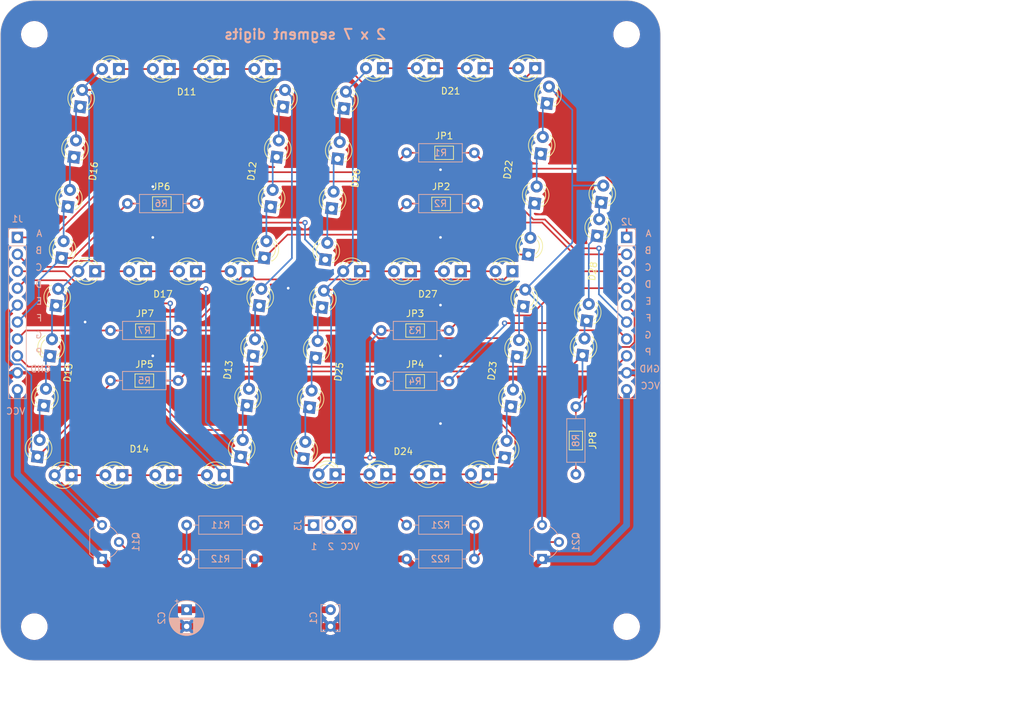
<source format=kicad_pcb>
(kicad_pcb (version 20240108) (generator "pcbnew") (generator_version "8.0")
  (layers (0 "F.Cu" signal) (31 "B.Cu" signal) (34 "B.Paste" user) (35 "F.Paste" user) (36 "B.SilkS" user "B.Silkscreen") (37 "F.SilkS" user "F.Silkscreen") (38 "B.Mask" user) (39 "F.Mask" user) (44 "Edge.Cuts" user))
  (net 0 "")
  (net 1 "unconnected-(D21-Pad4)")
  (net 2 "unconnected-(D21-Pad3)")
  (net 3 "unconnected-(D21-Pad5)")
  (net 4 "Net-(D21-A)")
  (net 5 "/A")
  (net 6 "/B")
  (net 7 "/C")
  (net 8 "/D")
  (net 9 "/E")
  (net 10 "/F")
  (net 11 "/G")
  (net 12 "/P")
  (net 13 "GND")
  (net 14 "unconnected-(D22-Pad5)")
  (net 15 "unconnected-(D22-Pad4)")
  (net 16 "unconnected-(D22-Pad3)")
  (net 17 "unconnected-(D23-Pad5)")
  (net 18 "unconnected-(D23-Pad4)")
  (net 19 "unconnected-(D23-Pad3)")
  (net 20 "unconnected-(D24-Pad3)")
  (net 21 "unconnected-(D24-Pad5)")
  (net 22 "unconnected-(D24-Pad4)")
  (net 23 "VCC")
  (net 24 "unconnected-(D25-Pad5)")
  (net 25 "unconnected-(D25-Pad4)")
  (net 26 "unconnected-(D25-Pad3)")
  (net 27 "unconnected-(D26-Pad5)")
  (net 28 "unconnected-(D26-Pad4)")
  (net 29 "unconnected-(D26-Pad3)")
  (net 30 "unconnected-(D27-Pad4)")
  (net 31 "unconnected-(D27-Pad3)")
  (net 32 "unconnected-(D27-Pad5)")
  (net 33 "unconnected-(D11-Pad3)")
  (net 34 "unconnected-(D11-Pad5)")
  (net 35 "unconnected-(D11-Pad4)")
  (net 36 "Net-(D11-A)")
  (net 37 "unconnected-(D12-Pad4)")
  (net 38 "unconnected-(D12-Pad5)")
  (net 39 "unconnected-(D12-Pad3)")
  (net 40 "unconnected-(D13-Pad4)")
  (net 41 "unconnected-(D13-Pad3)")
  (net 42 "unconnected-(D13-Pad5)")
  (net 43 "unconnected-(D14-Pad5)")
  (net 44 "unconnected-(D14-Pad4)")
  (net 45 "unconnected-(D14-Pad3)")
  (net 46 "unconnected-(D15-Pad3)")
  (net 47 "unconnected-(D15-Pad5)")
  (net 48 "unconnected-(D15-Pad4)")
  (net 49 "unconnected-(D16-Pad4)")
  (net 50 "unconnected-(D16-Pad5)")
  (net 51 "unconnected-(D16-Pad3)")
  (net 52 "unconnected-(D17-Pad5)")
  (net 53 "unconnected-(D17-Pad4)")
  (net 54 "unconnected-(D17-Pad3)")
  (net 55 "unconnected-(D28-Pad5)")
  (net 56 "unconnected-(D28-Pad4)")
  (net 57 "unconnected-(D28-Pad3)")
  (net 58 "Net-(J3-Pin_1)")
  (net 59 "Net-(J3-Pin_2)")
  (net 60 "Net-(Q11-B)")
  (net 61 "Net-(Q21-B)")
  (net 62 "/resistors-jumpers/I1")
  (net 63 "/resistors-jumpers/I7")
  (net 64 "/resistors-jumpers/I4")
  (net 65 "/resistors-jumpers/I3")
  (net 66 "/resistors-jumpers/i2")
  (net 67 "/resistors-jumpers/I5")
  (net 68 "/resistors-jumpers/I6")
  (net 69 "/resistors-jumpers/I8")
  (footprint "Ken:LED_D3.0mmx4" (layer "F.Cu") (at 88.392 51.689 83)
    (property "Reference" "D26")
    (property "Value" "F")
  )
  (footprint "Ken:LED_D3.0mmx4" (layer "F.Cu") (at 85.09 81.5525 83)
    (property "Reference" "D25")
    (property "Value" "E")
  )
  (footprint "Ken:LED_D3.0mmx4" (layer "F.Cu") (at 105.664 35.56 180)
    (property "Reference" "D21")
    (property "Value" "A")
  )
  (footprint "Ken:LED_D3.0mmx4" (layer "F.Cu") (at 102.236 66.04 180)
    (property "Reference" "D27")
    (property "Value" "G")
  )
  (footprint "Ken:LED_D3.0mmx4" (layer "F.Cu") (at 98.552 96.52 180)
    (property "Reference" "D24")
    (property "Value" "D")
  )
  (footprint "Ken:LED_D3.0mmx4" (layer "F.Cu") (at 118.872 50.927 83)
    (property "Reference" "D22")
    (property "Value" "B")
  )
  (footprint "Ken:LED_D3.0mmx4" (layer "F.Cu") (at 115.316 81.407 83)
    (property "Reference" "D23")
    (property "Value" "C")
  )
  (footprint "Ken:LED_D3.0mmx4" (layer "F.Cu") (at 66.04 35.687 180)
    (property "Reference" "D11")
    (property "Value" "A")
  )
  (footprint "Ken:LED_D3.0mmx4" (layer "F.Cu") (at 48.8137 51.435 83)
    (property "Reference" "D16")
    (property "Value" "F")
  )
  (footprint "Ken:LED_D3.0mmx4" (layer "F.Cu") (at 75.692 81.28 83)
    (property "Reference" "D13")
    (property "Value" "C")
  )
  (footprint "Ken:LED_D3.0mmx4" (layer "F.Cu") (at 58.928 96.647 180)
    (property "Reference" "D14")
    (property "Value" "D")
  )
  (footprint "Ken:LED_D3.0mmx4" (layer "F.Cu") (at 79.248 51.435 83)
    (property "Reference" "D12")
    (property "Value" "B")
  )
  (footprint "Ken:LED_D3.0mmx4" (layer "F.Cu") (at 45.212 81.28 83)
    (property "Reference" "D15")
    (property "Value" "E")
  )
  (footprint "Ken:LED_D3.0mmx4" (layer "F.Cu") (at 62.484 66.04 180)
    (property "Reference" "D17")
    (property "Value" "G")
  )
  (footprint "Ken:LED_D3.0mm-colon" (layer "F.Cu") (at 127 66.04 83)
    (property "Reference" "D28")
    (property "Value" "P")
  )
  (footprint "MountingHole:MountingHole_3.5mm" (layer "F.Cu") (at 43.18 30.48)
    (property "Reference" "H1" (hide yes))
    (property "Value" "MountingHole")
  )
  (footprint "MountingHole:MountingHole_3.5mm" (layer "F.Cu") (at 132.08 30.48)
    (property "Reference" "H2" (hide yes))
    (property "Value" "MountingHole")
  )
  (footprint "MountingHole:MountingHole_3.5mm" (layer "F.Cu") (at 43.18 119.38)
    (property "Reference" "H3" (hide yes))
    (property "Value" "MountingHole")
  )
  (footprint "MountingHole:MountingHole_3.5mm" (layer "F.Cu") (at 132.08 119.38)
    (property "Reference" "H4" (hide yes))
    (property "Value" "MountingHole")
  )
  (footprint "Jumper:SolderJumper-2_P1.3mm_Open_TrianglePad1.0x1.5mm" (layer "F.Cu") (at 104.685 48.26 180)
    (property "Reference" "JP1")
    (property "Value" "Bypass")
  )
  (footprint "Jumper:SolderJumper-2_P1.3mm_Open_TrianglePad1.0x1.5mm" (layer "F.Cu") (at 59.78 74.93 180)
    (property "Reference" "JP7")
    (property "Value" "Bypass")
  )
  (footprint "Jumper:SolderJumper-2_P1.3mm_Open_TrianglePad1.0x1.5mm" (layer "F.Cu") (at 59.69 82.4483 180)
    (property "Reference" "JP5")
    (property "Value" "Bypass")
  )
  (footprint "Jumper:SolderJumper-2_P1.3mm_Open_TrianglePad1.0x1.5mm" (layer "F.Cu") (at 100.33 82.55 180)
    (property "Reference" "JP4")
    (property "Value" "Bypass")
  )
  (footprint "Jumper:SolderJumper-2_P1.3mm_Open_TrianglePad1.0x1.5mm" (layer "F.Cu") (at 62.32 55.852 180)
    (property "Reference" "JP6")
    (property "Value" "Bypass")
  )
  (footprint "Jumper:SolderJumper-2_P1.3mm_Open_TrianglePad1.0x1.5mm" (layer "F.Cu") (at 104.23 55.923 180)
    (property "Reference" "JP2")
    (property "Value" "Bypass")
  )
  (footprint "Jumper:SolderJumper-2_P1.3mm_Open_TrianglePad1.0x1.5mm" (layer "F.Cu") (at 124.46 91.44 90)
    (property "Reference" "JP8")
    (property "Value" "Bypass")
  )
  (footprint "Jumper:SolderJumper-2_P1.3mm_Open_TrianglePad1.0x1.5mm" (layer "F.Cu") (at 100.33 74.93 180)
    (property "Reference" "JP3")
    (property "Value" "Bypass")
  )
  (footprint "Connector_PinHeader_2.54mm:PinHeader_1x10_P2.54mm_Vertical" (layer "B.Cu") (at 132.08 60.96 180)
    (property "Reference" "J2")
    (property "Value" "RK")
  )
  (footprint "Connector_PinSocket_2.54mm:PinSocket_1x10_P2.54mm_Vertical" (layer "B.Cu") (at 40.64 60.96 180)
    (property "Reference" "J1")
    (property "Value" "LK")
  )
  (footprint "Package_TO_SOT_THT:TO-92_Wide" (layer "B.Cu") (at 53.34 109.22 90)
    (property "Reference" "Q11")
    (property "Value" "D2")
  )
  (footprint "Package_TO_SOT_THT:TO-92_Wide" (layer "B.Cu") (at 119.38 109.22 90)
    (property "Reference" "Q21")
    (property "Value" "D2")
  )
  (footprint "Resistor_THT:R_Axial_DIN0207_L6.3mm_D2.5mm_P10.16mm_Horizontal" (layer "B.Cu") (at 66.04 104.14)
    (property "Reference" "R11")
    (property "Value" "2k2")
  )
  (footprint "Resistor_THT:R_Axial_DIN0207_L6.3mm_D2.5mm_P10.16mm_Horizontal" (layer "B.Cu") (at 109.22 104.14 180)
    (property "Reference" "R21")
    (property "Value" "2k2")
  )
  (footprint "Resistor_THT:R_Axial_DIN0207_L6.3mm_D2.5mm_P10.16mm_Horizontal" (layer "B.Cu") (at 76.2 109.22 180)
    (property "Reference" "R12")
    (property "Value" "10k")
  )
  (footprint "Resistor_THT:R_Axial_DIN0207_L6.3mm_D2.5mm_P10.16mm_Horizontal" (layer "B.Cu") (at 99.06 109.22)
    (property "Reference" "R22")
    (property "Value" "10k")
  )
  (footprint "Capacitor_THT:CP_Radial_D5.0mm_P2.50mm" (layer "B.Cu") (at 66.04 116.84 -90)
    (property "Reference" "C2")
    (property "Value" "47uF")
  )
  (footprint "Capacitor_THT:C_Disc_D3.8mm_W2.6mm_P2.50mm" (layer "B.Cu") (at 87.63 116.84 -90)
    (property "Reference" "C1")
    (property "Value" "100nF")
  )
  (footprint "Resistor_THT:R_Axial_DIN0207_L6.3mm_D2.5mm_P10.16mm_Horizontal" (layer "B.Cu") (at 105.41 82.55 180)
    (property "Reference" "R4")
    (property "Value" "220")
  )
  (footprint "Resistor_THT:R_Axial_DIN0207_L6.3mm_D2.5mm_P10.16mm_Horizontal" (layer "B.Cu") (at 64.77 74.93 180)
    (property "Reference" "R7")
    (property "Value" "220")
  )
  (footprint "Connector_PinHeader_2.54mm:PinHeader_1x03_P2.54mm_Vertical" (layer "B.Cu") (at 85.09 104.14 -90)
    (property "Reference" "J3")
    (property "Value" "Anodes")
  )
  (footprint "Resistor_THT:R_Axial_DIN0207_L6.3mm_D2.5mm_P10.16mm_Horizontal" (layer "B.Cu") (at 67.31 55.88 180)
    (property "Reference" "R6")
    (property "Value" "220")
  )
  (footprint "Resistor_THT:R_Axial_DIN0207_L6.3mm_D2.5mm_P10.16mm_Horizontal" (layer "B.Cu") (at 64.77 82.4483 180)
    (property "Reference" "R5")
    (property "Value" "220")
  )
  (footprint "Resistor_THT:R_Axial_DIN0207_L6.3mm_D2.5mm_P10.16mm_Horizontal" (layer "B.Cu") (at 109.22 48.26 180)
    (property "Reference" "R1")
    (property "Value" "220")
  )
  (footprint "Resistor_THT:R_Axial_DIN0207_L6.3mm_D2.5mm_P10.16mm_Horizontal" (layer "B.Cu") (at 124.46 96.52 90)
    (property "Reference" "R8")
    (property "Value" "220")
  )
  (footprint "Resistor_THT:R_Axial_DIN0207_L6.3mm_D2.5mm_P10.16mm_Horizontal" (layer "B.Cu") (at 109.22 55.88 180)
    (property "Reference" "R2")
    (property "Value" "220")
  )
  (footprint "Resistor_THT:R_Axial_DIN0207_L6.3mm_D2.5mm_P10.16mm_Horizontal" (layer "B.Cu") (at 105.41 74.93 180)
    (property "Reference" "R3")
    (property "Value" "220")
  )
  (gr_line (start 43.18 124.46) (end 132.08 124.46) (stroke (width 0.05)) (layer "Edge.Cuts"))
  (gr_line (start 137.16 119.38) (end 137.16 30.48) (stroke (width 0.05)) (layer "Edge.Cuts"))
  (gr_line (start 132.08 25.4) (end 43.18 25.4) (stroke (width 0.05)) (layer "Edge.Cuts"))
  (gr_line (start 38.1 30.48) (end 38.1 119.38) (stroke (width 0.05)) (layer "Edge.Cuts"))
  (gr_arc (start 38.1 30.48) (mid 39.587898 26.887898) (end 43.18 25.4) (stroke (width 0.05)) (layer "Edge.Cuts"))
  (gr_arc (start 132.08 25.4) (mid 135.672102 26.887898) (end 137.16 30.48) (stroke (width 0.05)) (layer "Edge.Cuts"))
  (gr_arc (start 43.18 124.46) (mid 39.587898 122.972102) (end 38.1 119.38) (stroke (width 0.05)) (layer "Edge.Cuts"))
  (gr_arc (start 137.16 119.38) (mid 135.672102 122.972102) (end 132.08 124.46) (stroke (width 0.05)) (layer "Edge.Cuts"))
  (gr_text "C" (at 135.89 66.04 0) (layer "B.SilkS") (effects (font (size 1 1)) (justify left bottom mirror)))
  (gr_text "B" (at 44.45 63.5 0) (layer "B.SilkS") (effects (font (size 1 1)) (justify left bottom mirror)))
  (gr_text "G" (at 44.45 76.2 0) (layer "B.SilkS") (effects (font (size 1 1)) (justify left bottom mirror)))
  (gr_text "D" (at 44.45 68.58 0) (layer "B.SilkS") (effects (font (size 1 1)) (justify left bottom mirror)))
  (gr_text "GND" (at 45.72 81.28 0) (layer "B.SilkS") (effects (font (size 1 1)) (justify left bottom mirror)))
  (gr_text "C" (at 44.45 66.04 0) (layer "B.SilkS") (effects (font (size 1 1)) (justify left bottom mirror)))
  (gr_text "2 x 7 segment digits" (at 83.82 30.48 0) (layer "B.SilkS") (effects (font (size 1.5 1.5) (thickness 0.3)) (justify mirror)))
  (gr_text "P" (at 135.89 78.74 0) (layer "B.SilkS") (effects (font (size 1 1)) (justify left bottom mirror)))
  (gr_text "B" (at 135.89 63.5 0) (layer "B.SilkS") (effects (font (size 1 1)) (justify left bottom mirror)))
  (gr_text "F" (at 135.89 73.66 0) (layer "B.SilkS") (effects (font (size 1 1)) (justify left bottom mirror)))
  (gr_text "1" (at 85.725 107.95 0) (layer "B.SilkS") (effects (font (size 1 1)) (justify left bottom mirror)))
  (gr_text "2" (at 88.265 107.95 0) (layer "B.SilkS") (effects (font (size 1 1)) (justify left bottom mirror)))
  (gr_text "A" (at 135.89 60.96 0) (layer "B.SilkS") (effects (font (size 1 1)) (justify left bottom mirror)))
  (gr_text "GND" (at 137.16 81.28 0) (layer "B.SilkS") (effects (font (size 1 1)) (justify left bottom mirror)))
  (gr_text "P" (at 44.45 78.74 0) (layer "B.SilkS") (effects (font (size 1 1)) (justify left bottom mirror)))
  (gr_text "D" (at 135.89 68.58 0) (layer "B.SilkS") (effects (font (size 1 1)) (justify left bottom mirror)))
  (gr_text "VCC" (at 92.075 107.95 0) (layer "B.SilkS") (effects (font (size 1 1)) (justify left bottom mirror)))
  (gr_text "A" (at 44.45 60.96 0) (layer "B.SilkS") (effects (font (size 1 1)) (justify left bottom mirror)))
  (gr_text "VCC" (at 137.16 83.82 0) (layer "B.SilkS") (effects (font (size 1 1)) (justify left bottom mirror)))
  (gr_text "E" (at 135.89 71.12 0) (layer "B.SilkS") (effects (font (size 1 1)) (justify left bottom mirror)))
  (gr_text "E" (at 44.45 71.12 0) (layer "B.SilkS") (effects (font (size 1 1)) (justify left bottom mirror)))
  (gr_text "G" (at 135.89 76.2 0) (layer "B.SilkS") (effects (font (size 1 1)) (justify left bottom mirror)))
  (gr_text "VCC" (at 41.91 87.63 0) (layer "B.SilkS") (effects (font (size 1 1)) (justify left bottom mirror)))
  (gr_text "F" (at 44.45 73.66 0) (layer "B.SilkS") (effects (font (size 1 1)) (justify left bottom mirror)))
  (segment (start 103.124 35.56) (end 108.077 35.56) (width 0.25) (layer "F.Cu") (net 1))
  (segment (start 110.617 35.56) (end 115.824 35.56) (width 0.25) (layer "F.Cu") (net 2))
  (segment (start 95.504 35.56) (end 100.584 35.56) (width 0.25) (layer "F.Cu") (net 3))
  (segment (start 86.7832 68.8017) (end 86.6377 68.9472) (width 0.25) (layer "F.Cu") (net 4))
  (segment (start 116.8637 68.8017) (end 86.7832 68.8017) (width 0.25) (layer "F.Cu") (net 4))
  (segment (start 90.9835 40.1275) (end 89.9397 39.0837) (width 0.25) (layer "B.Cu") (net 4))
  (segment (start 87.722 70.0315) (end 86.6377 68.9472) (width 0.25) (layer "B.Cu") (net 4))
  (segment (start 119.38 104.14) (end 119.38 71.318) (width 0.25) (layer "B.Cu") (net 4))
  (segment (start 87.722 94.65) (end 87.722 70.0315) (width 0.25) (layer "B.Cu") (net 4))
  (segment (start 123.921 41.823) (end 120.4197 38.3217) (width 0.25) (layer "B.Cu") (net 4))
  (segment (start 85.852 96.52) (end 87.722 94.65) (width 0.25) (layer "B.Cu") (net 4))
  (segment (start 89.536 66.04) (end 90.9835 64.5925) (width 0.25) (layer "B.Cu") (net 4))
  (segment (start 116.8637 68.8017) (end 123.921 61.7444) (width 0.25) (layer "B.Cu") (net 4))
  (segment (start 123.921 53.1826) (end 128.5787 53.1826) (width 0.25) (layer "B.Cu") (net 4))
  (segment (start 92.964 35.56) (end 92.964 36.0594) (width 0.25) (layer "B.Cu") (net 4))
  (segment (start 86.6377 68.9472) (end 89.536 66.0489) (width 0.25) (layer "B.Cu") (net 4))
  (segment (start 92.964 36.0594) (end 89.9397 39.0837) (width 0.25) (layer "B.Cu") (net 4))
  (segment (start 123.921 61.7444) (end 123.921 53.1826) (width 0.25) (layer "B.Cu") (net 4))
  (segment (start 89.536 66.0489) (end 89.536 66.04) (width 0.25) (layer "B.Cu") (net 4))
  (segment (start 119.38 71.318) (end 116.8637 68.8017) (width 0.25) (layer "B.Cu") (net 4))
  (segment (start 123.921 53.1826) (end 123.921 41.823) (width 0.25) (layer "B.Cu") (net 4))
  (segment (start 90.9835 64.5925) (end 90.9835 40.1275) (width 0.25) (layer "B.Cu") (net 4))
  (segment (start 99.06 48.26) (end 103.96 48.26) (width 0.25) (layer "F.Cu") (net 5))
  (segment (start 55.7195 51.1705) (end 96.1495 51.1705) (width 0.25) (layer "F.Cu") (net 5))
  (segment (start 40.64 60.96) (end 45.93 60.96) (width 0.25) (layer "F.Cu") (net 5))
  (segment (start 103.96 42.0553) (end 111.8687 42.0553) (width 0.25) (layer "F.Cu") (net 5))
  (segment (start 96.1495 51.1705) (end 99.06 48.26) (width 0.25) (layer "F.Cu") (net 5))
  (segment (start 111.8687 42.0553) (end 118.364 35.56) (width 0.25) (layer "F.Cu") (net 5))
  (segment (start 90.3799 35.687) (end 96.7482 42.0553) (width 0.25) (layer "F.Cu") (net 5))
  (segment (start 78.74 35.687) (end 90.3799 35.687) (width 0.25) (layer "F.Cu") (net 5))
  (segment (start 103.96 48.26) (end 103.96 42.0553) (width 0.25) (layer "F.Cu") (net 5))
  (segment (start 45.93 60.96) (end 55.7195 51.1705) (width 0.25) (layer "F.Cu") (net 5))
  (segment (start 96.7482 42.0553) (end 103.96 42.0553) (width 0.25) (layer "F.Cu") (net 5))
  (segment (start 94.3945 60.5455) (end 81.1951 60.5455) (width 0.25) (layer "F.Cu") (net 6))
  (segment (start 77.2443 64.4963) (end 77.7003 64.0403) (width 0.25) (layer "F.Cu") (net 6))
  (segment (start 40.64 63.5) (end 42.5238 65.3838) (width 0.25) (layer "F.Cu") (net 6))
  (segment (start 110.8312 63.5323) (end 117.3243 63.5323) (width 0.25) (layer "F.Cu") (net 6))
  (segment (start 81.1951 60.5455) (end 77.7003 64.0403) (width 0.25) (layer "F.Cu") (net 6))
  (segment (start 99.06 55.88) (end 94.3945 60.5455) (width 0.25) (layer "F.Cu") (net 6))
  (segment (start 49.1704 64.4963) (end 77.2443 64.4963) (width 0.25) (layer "F.Cu") (net 6))
  (segment (start 42.5238 65.3838) (end 48.2829 65.3838) (width 0.25) (layer "F.Cu") (net 6))
  (segment (start 99.06 55.88) (end 103.462 55.88) (width 0.25) (layer "F.Cu") (net 6))
  (segment (start 103.505 55.923) (end 103.505 56.2061) (width 0.25) (layer "F.Cu") (net 6))
  (segment (start 103.462 55.88) (end 103.505 55.923) (width 0.25) (layer "F.Cu") (net 6))
  (segment (start 48.2829 65.3838) (end 49.1704 64.4963) (width 0.25) (layer "F.Cu") (net 6))
  (segment (start 103.505 56.2061) (end 110.8312 63.5323) (width 0.25) (layer "F.Cu") (net 6))
  (segment (start 47.6959 66.04) (end 40.64 66.04) (width 0.25) (layer "F.Cu") (net 7))
  (segment (start 93.5547 94.0123) (end 113.7683 94.0123) (width 0.25) (layer "F.Cu") (net 7))
  (segment (start 93.5547 94.0123) (end 93.5547 94.0124) (width 0.25) (layer "F.Cu") (net 7))
  (segment (start 86.6248 94.0124) (end 85.1045 95.5327) (width 0.25) (layer "F.Cu") (net 7))
  (segment (start 99.605 74.93) (end 95.25 74.93) (width 0.25) (layer "F.Cu") (net 7))
  (segment (start 93.5547 94.0124) (end 86.6248 94.0124) (width 0.25) (layer "F.Cu") (net 7))
  (segment (start 85.1045 95.5327) (end 75.7917 95.5327) (width 0.25) (layer "F.Cu") (net 7))
  (segment (start 50.3463 68.6904) (end 47.6959 66.04) (width 0.25) (layer "F.Cu") (net 7))
  (segment (start 75.7917 95.5327) (end 74.1443 93.8853) (width 0.25) (layer "F.Cu") (net 7))
  (segment (start 68.9279 68.6904) (end 50.3463 68.6904) (width 0.25) (layer "F.Cu") (net 7))
  (via (at 93.5547 94.0123) (size 0.8) (drill 0.4) (layers "F.Cu" "B.Cu") (net 7))
  (via (at 68.9279 68.6904) (size 0.8) (drill 0.4) (layers "F.Cu" "B.Cu") (net 7))
  (segment (start 93.5547 76.6253) (end 93.5547 94.0123) (width 0.25) (layer "B.Cu") (net 7))
  (segment (start 74.1443 93.8853) (end 68.9279 88.6689) (width 0.25) (layer "B.Cu") (net 7))
  (segment (start 95.25 74.93) (end 93.5547 76.6253) (width 0.25) (layer "B.Cu") (net 7))
  (segment (start 68.9279 88.6689) (end 68.9279 68.6904) (width 0.25) (layer "B.Cu") (net 7))
  (segment (start 108.2097 83.8639) (end 115.3593 91.0135) (width 0.25) (layer "F.Cu") (net 8))
  (segment (start 41.8342 67.3858) (end 47.9906 67.3858) (width 0.25) (layer "F.Cu") (net 8))
  (segment (start 100.5791 83.8639) (end 108.2097 83.8639) (width 0.25) (layer "F.Cu") (net 8))
  (segment (start 72.7529 97.7719) (end 71.628 96.647) (width 0.25) (layer "F.Cu") (net 8))
  (segment (start 99.605 82.55) (end 99.605 82.8898) (width 0.25) (layer "F.Cu") (net 8))
  (segment (start 113.5098 96.52) (end 111.252 96.52) (width 0.25) (layer "F.Cu") (net 8))
  (segment (start 47.9906 67.3858) (end 51.4615 70.8567) (width 0.25) (layer "F.Cu") (net 8))
  (segment (start 99.605 82.55) (end 95.25 82.55) (width 0.25) (layer "F.Cu") (net 8))
  (segment (start 60.96 70.8567) (end 63.5753 70.8567) (width 0.25) (layer "F.Cu") (net 8))
  (segment (start 40.64 68.58) (end 41.8342 67.3858) (width 0.25) (layer "F.Cu") (net 8))
  (segment (start 111.252 96.52) (end 110.0001 97.7719) (width 0.25) (layer "F.Cu") (net 8))
  (segment (start 99.605 82.8898) (end 100.5791 83.8639) (width 0.25) (layer "F.Cu") (net 8))
  (segment (start 110.0001 97.7719) (end 72.7529 97.7719) (width 0.25) (layer "F.Cu") (net 8))
  (segment (start 51.4615 70.8567) (end 60.96 70.8567) (width 0.25) (layer "F.Cu") (net 8))
  (segment (start 115.3593 94.6705) (end 113.5098 96.52) (width 0.25) (layer "F.Cu") (net 8))
  (segment (start 115.3593 91.0135) (end 115.3593 94.6705) (width 0.25) (layer "F.Cu") (net 8))
  (via (at 63.5753 70.8567) (size 0.8) (drill 0.4) (layers "F.Cu" "B.Cu") (net 8))
  (segment (start 63.5753 88.5943) (end 63.5753 70.8567) (width 0.25) (layer "B.Cu") (net 8))
  (segment (start 71.628 96.647) (end 63.5753 88.5943) (width 0.25) (layer "B.Cu") (net 8))
  (segment (start 58.965 82.7296) (end 66.0973 89.8619) (width 0.25) (layer "F.Cu") (net 9))
  (segment (start 54.61 82.9396) (end 43.6643 93.8853) (width 0.25) (layer "F.Cu") (net 9))
  (segment (start 54.61 82.4483) (end 54.61 82.9396) (width 0.25) (layer "F.Cu") (net 9))
  (segment (start 58.965 82.4483) (end 58.965 82.7296) (width 0.25) (layer "F.Cu") (net 9))
  (segment (start 66.0973 89.8619) (end 79.2464 89.8619) (width 0.25) (layer "F.Cu") (net 9))
  (segment (start 79.2464 89.8619) (end 83.5423 94.1578) (width 0.25) (layer "F.Cu") (net 9))
  (segment (start 54.61 82.4483) (end 58.965 82.4483) (width 0.25) (layer "F.Cu") (net 9))
  (segment (start 42.7259 81.6595) (end 41.0764 80.01) (width 0.25) (layer "B.Cu") (net 9))
  (segment (start 41.0764 80.01) (end 40.1699 80.01) (width 0.25) (layer "B.Cu") (net 9))
  (segment (start 39.443 72.317) (end 40.64 71.12) (width 0.25) (layer "B.Cu") (net 9))
  (segment (start 42.7259 92.9469) (end 42.7259 81.6595) (width 0.25) (layer "B.Cu") (net 9))
  (segment (start 39.443 79.2831) (end 39.443 72.317) (width 0.25) (layer "B.Cu") (net 9))
  (segment (start 43.6643 93.8853) (end 42.7259 92.9469) (width 0.25) (layer "B.Cu") (net 9))
  (segment (start 40.1699 80.01) (end 39.443 79.2831) (width 0.25) (layer "B.Cu") (net 9))
  (segment (start 57.15 55.88) (end 48.9897 64.0403) (width 0.25) (layer "F.Cu") (net 10))
  (segment (start 61.567 55.88) (end 61.595 55.852) (width 0.25) (layer "F.Cu") (net 10))
  (segment (start 64.178 58.7418) (end 83.8047 58.7418) (width 0.25) (layer "F.Cu") (net 10))
  (segment (start 57.15 55.88) (end 61.567 55.88) (width 0.25) (layer "F.Cu") (net 10))
  (segment (start 61.567 56.1308) (end 64.178 58.7418) (width 0.25) (layer "F.Cu") (net 10))
  (segment (start 48.9897 64.0403) (end 47.266 64.0403) (width 0.25) (layer "F.Cu") (net 10))
  (segment (start 61.567 55.88) (end 61.567 56.1308) (width 0.25) (layer "F.Cu") (net 10))
  (via (at 83.8047 58.7418) (size 0.8) (drill 0.4) (layers "F.Cu" "B.Cu") (net 10))
  (segment (start 43.8568 70.4432) (end 43.8568 67.4495) (width 0.25) (layer "B.Cu") (net 10))
  (segment (start 43.8568 67.4495) (end 47.266 64.0403) (width 0.25) (layer "B.Cu") (net 10))
  (segment (start 83.8047 58.7418) (end 83.8047 61.2547) (width 0.25) (layer "B.Cu") (net 10))
  (segment (start 40.64 73.66) (end 43.8568 70.4432) (width 0.25) (layer "B.Cu") (net 10))
  (segment (start 83.8047 61.2547) (end 86.8443 64.2943) (width 0.25) (layer "B.Cu") (net 10))
  (segment (start 41.91 74.93) (end 40.64 76.2) (width 0.25) (layer "F.Cu") (net 11))
  (segment (start 113.7093 67.2667) (end 114.936 66.04) (width 0.25) (layer "F.Cu") (net 11))
  (segment (start 60.8303 72.8641) (end 59.055 74.6394) (width 0.25) (layer "F.Cu") (net 11))
  (segment (start 75.184 66.04) (end 68.3599 72.8641) (width 0.25) (layer "F.Cu") (net 11))
  (segment (start 76.4107 67.2667) (end 113.7093 67.2667) (width 0.25) (layer "F.Cu") (net 11))
  (segment (start 75.184 66.04) (end 76.4107 67.2667) (width 0.25) (layer "F.Cu") (net 11))
  (segment (start 54.61 74.93) (end 59.055 74.93) (width 0.25) (layer "F.Cu") (net 11))
  (segment (start 68.3599 72.8641) (end 60.8303 72.8641) (width 0.25) (layer "F.Cu") (net 11))
  (segment (start 59.055 74.6394) (end 59.055 74.93) (width 0.25) (layer "F.Cu") (net 11))
  (segment (start 54.61 74.93) (end 41.91 74.93) (width 0.25) (layer "F.Cu") (net 11))
  (segment (start 124.46 86.36) (end 124.46 90.715) (width 0.25) (layer "F.Cu") (net 12))
  (segment (start 125.4523 78.6453) (end 123.7365 80.3611) (width 0.25) (layer "F.Cu") (net 12))
  (segment (start 42.2611 80.3611) (end 40.64 78.74) (width 0.25) (layer "F.Cu") (net 12))
  (segment (start 123.7365 80.3611) (end 42.2611 80.3611) (width 0.25) (layer "F.Cu") (net 12))
  (segment (start 125.4523 85.3677) (end 125.4523 78.6453) (width 0.25) (layer "B.Cu") (net 12))
  (segment (start 124.46 86.36) (end 125.4523 85.3677) (width 0.25) (layer "B.Cu") (net 12))
  (segment (start 58.38 119.34) (end 66.04 119.34) (width 1) (layer "F.Cu") (net 13))
  (segment (start 116.88 119.34) (end 134.62 101.6) (width 1) (layer "F.Cu") (net 13))
  (segment (start 40.64 81.28) (end 40.005 81.28) (width 1) (layer "F.Cu") (net 13))
  (segment (start 87.63 119.34) (end 116.88 119.34) (width 1) (layer "F.Cu") (net 13))
  (segment (start 133.35 81.28) (end 132.08 81.28) (width 1) (layer "F.Cu") (net 13))
  (segment (start 134.62 82.55) (end 133.35 81.28) (width 1) (layer "F.Cu") (net 13))
  (segment (start 38.735 99.695) (end 58.38 119.34) (width 1) (layer "F.Cu") (net 13))
  (segment (start 38.735 82.55) (end 38.735 99.695) (width 1) (layer "F.Cu") (net 13))
  (segment (start 87.63 119.34) (end 66.04 119.34) (width 1) (layer "F.Cu") (net 13))
  (segment (start 40.005 81.28) (end 38.735 82.55) (width 1) (layer "F.Cu") (net 13))
  (segment (start 134.62 101.6) (end 134.62 82.55) (width 1) (layer "F.Cu") (net 13))
  (via (at 104.14 71.12) (size 0.8) (drill 0.4) (layers "F.Cu" "B.Cu") (net 13))
  (via (at 104.14 78.74) (size 0.8) (drill 0.4) (layers "F.Cu" "B.Cu") (net 13))
  (via (at 104.14 50.8) (size 0.8) (drill 0.4) (layers "F.Cu" "B.Cu") (net 13))
  (via (at 60.96 53.34) (size 0.8) (drill 0.4) (layers "F.Cu" "B.Cu") (net 13))
  (via (at 60.96 60.96) (size 0.8) (drill 0.4) (layers "F.Cu" "B.Cu") (net 13))
  (via (at 104.14 88.9) (size 0.8) (drill 0.4) (layers "F.Cu" "B.Cu") (net 13))
  (via (at 81.28 68.58) (size 0.8) (drill 0.4) (layers "F.Cu" "B.Cu") (net 13))
  (via (at 104.14 60.96) (size 0.8) (drill 0.4) (layers "F.Cu" "B.Cu") (net 13))
  (via (at 50.8 73.66) (size 0.8) (drill 0.4) (layers "F.Cu" "B.Cu") (net 13))
  (via (at 60.96 78.74) (size 0.8) (drill 0.4) (layers "F.Cu" "B.Cu") (net 13))
  (segment (start 119.4911 41.4618) (end 119.4911 45.8849) (width 0.25) (layer "B.Cu") (net 14))
  (segment (start 120.1102 40.8427) (end 119.4911 41.4618) (width 0.25) (layer "B.Cu") (net 14))
  (segment (start 119.1815 48.4059) (end 118.5779 49.0095) (width 0.25) (layer "B.Cu") (net 15))
  (segment (start 118.5779 49.0095) (end 118.5779 53.322) (width 0.25) (layer "B.Cu") (net 15))
  (segment (start 117.6338 56.4777) (end 117.6338 61.0113) (width 0.25) (layer "B.Cu") (net 16))
  (segment (start 118.2684 55.8431) (end 117.6338 56.4777) (width 0.25) (layer "B.Cu") (net 16))
  (segment (start 115.9351 71.9418) (end 115.9351 76.3649) (width 0.25) (layer "B.Cu") (net 17))
  (segment (start 116.5542 71.3227) (end 115.9351 71.9418) (width 0.25) (layer "B.Cu") (net 17))
  (segment (start 115.6255 78.8859) (end 115.0219 79.4895) (width 0.25) (layer "B.Cu") (net 18))
  (segment (start 115.0219 79.4895) (end 115.0219 83.802) (width 0.25) (layer "B.Cu") (net 18))
  (segment (start 114.7124 86.3231) (end 114.0778 86.9577) (width 0.25) (layer "B.Cu") (net 19))
  (segment (start 114.0778 86.9577) (end 114.0778 91.4913) (width 0.25) (layer "B.Cu") (net 19))
  (segment (start 103.505 96.52) (end 108.712 96.52) (width 0.25) (layer "F.Cu") (net 20))
  (segment (start 88.392 96.52) (end 93.472 96.52) (width 0.25) (layer "F.Cu") (net 21))
  (segment (start 96.012 96.52) (end 100.965 96.52) (width 0.25) (layer "F.Cu") (net 22))
  (segment (start 87.63 116.84) (end 76.2 116.84) (width 1) (layer "F.Cu") (net 23))
  (segment (start 117.475 111.125) (end 100.965 111.125) (width 1) (layer "F.Cu") (net 23))
  (segment (start 90.17 104.14) (end 90.17 109.22) (width 1) (layer "F.Cu") (net 23))
  (segment (start 76.2 116.84) (end 76.2 109.22) (width 1) (layer "F.Cu") (net 23))
  (segment (start 119.38 109.22) (end 117.475 111.125) (width 1) (layer "F.Cu") (net 23))
  (segment (start 76.2 116.84) (end 66.04 116.84) (width 1) (layer "F.Cu") (net 23))
  (segment (start 90.17 109.22) (end 99.06 109.22) (width 1) (layer "F.Cu") (net 23))
  (segment (start 53.34 109.22) (end 60.96 116.84) (width 1) (layer "F.Cu") (net 23))
  (segment (start 60.96 116.84) (end 66.04 116.84) (width 1) (layer "F.Cu") (net 23))
  (segment (start 88.9 109.22) (end 90.17 109.22) (width 1) (layer "F.Cu") (net 23))
  (segment (start 76.2 109.22) (end 88.9 109.22) (width 1) (layer "F.Cu") (net 23))
  (segment (start 100.965 111.125) (end 99.06 109.22) (width 1) (layer "F.Cu") (net 23))
  (segment (start 53.34 109.22) (end 40.64 96.52) (width 1) (layer "B.Cu") (net 23))
  (segment (start 127 109.22) (end 132.08 104.14) (width 1) (layer "B.Cu") (net 23))
  (segment (start 132.08 104.14) (end 132.08 83.82) (width 1) (layer "B.Cu") (net 23))
  (segment (start 119.38 109.22) (end 127 109.22) (width 1) (layer "B.Cu") (net 23))
  (segment (start 40.64 96.52) (end 40.64 83.82) (width 1) (layer "B.Cu") (net 23))
  (segment (start 86.3282 71.4682) (end 85.7091 72.0873) (width 0.25) (layer "B.Cu") (net 24))
  (segment (start 85.7091 72.0873) (end 85.7091 76.5104) (width 0.25) (layer "B.Cu") (net 24))
  (segment (start 85.3995 79.0314) (end 84.7959 79.635) (width 0.25) (layer "B.Cu") (net 25))
  (segment (start 84.7959 79.635) (end 84.7959 83.9475) (width 0.25) (layer "B.Cu") (net 25))
  (segment (start 84.4864 86.4686) (end 83.8518 87.1032) (width 0.25) (layer "B.Cu") (net 26))
  (segment (start 83.8518 87.1032) (end 83.8518 91.6368) (width 0.25) (layer "B.Cu") (net 26))
  (segment (start 89.6302 41.6047) (end 89.0111 42.2238) (width 0.25) (layer "B.Cu") (net 27))
  (segment (start 89.0111 42.2238) (end 89.0111 46.6469) (width 0.25) (layer "B.Cu") (net 27))
  (segment (start 88.0979 49.7715) (end 88.0979 54.084) (width 0.25) (layer "B.Cu") (net 28))
  (segment (start 88.7015 49.1679) (end 88.0979 49.7715) (width 0.25) (layer "B.Cu") (net 28))
  (segment (start 87.7884 56.6051) (end 87.1538 57.2397) (width 0.25) (layer "B.Cu") (net 29))
  (segment (start 87.1538 57.2397) (end 87.1538 61.7733) (width 0.25) (layer "B.Cu") (net 29))
  (segment (start 99.696 66.04) (end 104.649 66.04) (width 0.25) (layer "F.Cu") (net 30))
  (segment (start 107.189 66.04) (end 112.396 66.04) (width 0.25) (layer "F.Cu") (net 31))
  (segment (start 92.076 66.04) (end 97.156 66.04) (width 0.25) (layer "F.Cu") (net 32))
  (segment (start 70.993 35.687) (end 76.2 35.687) (width 0.25) (layer "F.Cu") (net 33))
  (segment (start 55.88 35.687) (end 60.96 35.687) (width 0.25) (layer "F.Cu") (net 34))
  (segment (start 63.5 35.687) (end 68.453 35.687) (width 0.25) (layer "F.Cu") (net 35))
  (segment (start 80.7957 38.8297) (end 50.3614 38.8297) (width 0.25) (layer "F.Cu") (net 36))
  (segment (start 81.8395 64.0749) (end 81.8395 39.8735) (width 0.25) (layer "B.Cu") (net 36))
  (segment (start 46.228 96.647) (end 47.8035 95.0715) (width 0.25) (layer "B.Cu") (net 36))
  (segment (start 81.8395 39.8735) (end 80.7957 38.8297) (width 0.25) (layer "B.Cu") (net 36))
  (segment (start 49.784 66.04) (end 46.9545 68.8695) (width 0.25) (layer "B.Cu") (net 36))
  (segment (start 46.9545 68.8695) (end 46.7597 68.6747) (width 0.25) (layer "B.Cu") (net 36))
  (segment (start 77.2397 68.6747) (end 81.8395 64.0749) (width 0.25) (layer "B.Cu") (net 36))
  (segment (start 47.8035 69.7185) (end 46.9545 68.8695) (width 0.25) (layer "B.Cu") (net 36))
  (segment (start 46.228 97.028) (end 46.228 96.647) (width 0.25) (layer "B.Cu") (net 36))
  (segment (start 50.3614 38.6656) (end 50.3614 38.8297) (width 0.25) (layer "B.Cu") (net 36))
  (segment (start 51.4052 64.4188) (end 51.4052 39.8735) (width 0.25) (layer "B.Cu") (net 36))
  (segment (start 47.8035 95.0715) (end 47.8035 69.7185) (width 0.25) (layer "B.Cu") (net 36))
  (segment (start 51.4052 39.8735) (end 50.3614 38.8297) (width 0.25) (layer "B.Cu") (net 36))
  (segment (start 49.784 66.04) (end 51.4052 64.4188) (width 0.25) (layer "B.Cu") (net 36))
  (segment (start 53.34 104.14) (end 46.228 97.028) (width 0.25) (layer "B.Cu") (net 36))
  (segment (start 53.34 35.687) (end 50.3614 38.6656) (width 0.25) (layer "B.Cu") (net 36))
  (segment (start 78.9539 49.5175) (end 78.9539 53.83) (width 0.25) (layer "B.Cu") (net 37))
  (segment (start 79.5575 48.9139) (end 78.9539 49.5175) (width 0.25) (layer "B.Cu") (net 37))
  (segment (start 80.4862 41.3507) (end 79.8671 41.9698) (width 0.25) (layer "B.Cu") (net 38))
  (segment (start 79.8671 41.9698) (end 79.8671 46.3929) (width 0.25) (layer "B.Cu") (net 38))
  (segment (start 78.6444 56.3511) (end 78.0098 56.9857) (width 0.25) (layer "B.Cu") (net 39))
  (segment (start 78.0098 56.9857) (end 78.0098 61.5193) (width 0.25) (layer "B.Cu") (net 39))
  (segment (start 76.0015 78.7589) (end 75.3979 79.3625) (width 0.25) (layer "B.Cu") (net 40))
  (segment (start 75.3979 79.3625) (end 75.3979 83.675) (width 0.25) (layer "B.Cu") (net 40))
  (segment (start 75.0884 86.1961) (end 74.4538 86.8307) (width 0.25) (layer "B.Cu") (net 41))
  (segment (start 74.4538 86.8307) (end 74.4538 91.3643) (width 0.25) (layer "B.Cu") (net 41))
  (segment (start 76.9302 71.1957) (end 76.3111 71.8148) (width 0.25) (layer "B.Cu") (net 42))
  (segment (start 76.3111 71.8148) (end 76.3111 76.2379) (width 0.25) (layer "B.Cu") (net 42))
  (segment (start 48.768 96.647) (end 53.848 96.647) (width 0.25) (layer "F.Cu") (net 43))
  (segment (start 56.388 96.647) (end 61.341 96.647) (width 0.25) (layer "F.Cu") (net 44))
  (segment (start 63.881 96.647) (end 69.088 96.647) (width 0.25) (layer "F.Cu") (net 45))
  (segment (start 43.9738 86.8307) (end 43.9738 91.3643) (width 0.25) (layer "B.Cu") (net 46))
  (segment (start 44.6084 86.1961) (end 43.9738 86.8307) (width 0.25) (layer "B.Cu") (net 46))
  (segment (start 46.4502 71.1957) (end 45.8311 71.8148) (width 0.25) (layer "B.Cu") (net 47))
  (segment (start 45.8311 71.8148) (end 45.8311 76.2379) (width 0.25) (layer "B.Cu") (net 47))
  (segment (start 45.5215 78.7589) (end 44.9179 79.3625) (width 0.25) (layer "B.Cu") (net 48))
  (segment (start 44.9179 79.3625) (end 44.9179 83.675) (width 0.25) (layer "B.Cu") (net 48))
  (segment (start 49.1232 48.9139) (end 48.5196 49.5175) (width 0.25) (layer "B.Cu") (net 49))
  (segment (start 48.5196 49.5175) (end 48.5196 53.83) (width 0.25) (layer "B.Cu") (net 49))
  (segment (start 50.0519 41.3507) (end 49.4328 41.9698) (width 0.25) (layer "B.Cu") (net 50))
  (segment (start 49.4328 41.9698) (end 49.4328 46.3929) (width 0.25) (layer "B.Cu") (net 50))
  (segment (start 47.5755 56.9857) (end 47.5755 61.5193) (width 0.25) (layer "B.Cu") (net 51))
  (segment (start 48.2101 56.3511) (end 47.5755 56.9857) (width 0.25) (layer "B.Cu") (net 51))
  (segment (start 52.324 66.04) (end 57.404 66.04) (width 0.25) (layer "F.Cu") (net 52))
  (segment (start 59.944 66.04) (end 64.897 66.04) (width 0.25) (layer "F.Cu") (net 53))
  (segment (start 67.437 66.04) (end 72.644 66.04) (width 0.25) (layer "F.Cu") (net 54))
  (segment (start 127.9596 56.0131) (end 127.9596 58.2247) (width 0.25) (layer "B.Cu") (net 55))
  (segment (start 128.2691 55.7036) (end 127.9596 56.0131) (width 0.25) (layer "B.Cu") (net 55))
  (segment (start 126.3964 61.9995) (end 126.3964 70.9561) (width 0.25) (layer "B.Cu") (net 56))
  (segment (start 127.6501 60.7458) (end 126.3964 61.9995) (width 0.25) (layer "B.Cu") (net 56))
  (segment (start 126.0868 73.4771) (end 125.7618 73.8021) (width 0.25) (layer "B.Cu") (net 57))
  (segment (start 125.7618 73.8021) (end 125.7618 76.1243) (width 0.25) (layer "B.Cu") (net 57))
  (segment (start 85.09 104.14) (end 76.2 104.14) (width 0.25) (layer "F.Cu") (net 58))
  (segment (start 88.9 101.6) (end 87.63 102.87) (width 0.25) (layer "F.Cu") (net 59))
  (segment (start 96.52 101.6) (end 88.9 101.6) (width 0.25) (layer "F.Cu") (net 59))
  (segment (start 87.63 102.87) (end 87.63 104.14) (width 0.25) (layer "F.Cu") (net 59))
  (segment (start 99.06 104.14) (end 96.52 101.6) (width 0.25) (layer "F.Cu") (net 59))
  (segment (start 58.42 109.22) (end 55.88 106.68) (width 0.25) (layer "F.Cu") (net 60))
  (segment (start 66.04 109.22) (end 58.42 109.22) (width 0.25) (layer "F.Cu") (net 60))
  (segment (start 66.04 109.22) (end 66.04 104.14) (width 0.25) (layer "B.Cu") (net 60))
  (segment (start 109.22 109.22) (end 111.76 106.68) (width 0.25) (layer "F.Cu") (net 61))
  (segment (start 111.76 106.68) (end 121.92 106.68) (width 0.25) (layer "F.Cu") (net 61))
  (segment (start 109.22 109.22) (end 109.22 104.14) (width 0.25) (layer "B.Cu") (net 61))
  (segment (start 132.08 54.9214) (end 132.08 60.96) (width 0.25) (layer "F.Cu") (net 62))
  (segment (start 127.8009 50.6423) (end 132.08 54.9214) (width 0.25) (layer "F.Cu") (net 62))
  (segment (start 111.6023 50.6423) (end 127.8009 50.6423) (width 0.25) (layer "F.Cu") (net 62))
  (segment (start 105.41 48.26) (end 109.22 48.26) (width 0.25) (layer "F.Cu") (net 62))
  (segment (start 109.22 48.26) (end 111.6023 50.6423) (width 0.25) (layer "F.Cu") (net 62))
  (segment (start 114.8002 74.8951) (end 113.6194 76.0759) (width 0.25) (layer "F.Cu") (net 63))
  (segment (start 130.7751 74.8951) (end 114.8002 74.8951) (width 0.25) (layer "F.Cu") (net 63))
  (segment (start 93.6565 74.93) (end 64.77 74.93) (width 0.25) (layer "F.Cu") (net 63))
  (segment (start 60.505 74.93) (end 64.77 74.93) (width 0.25) (layer "F.Cu") (net 63))
  (segment (start 113.6194 76.0759) (end 94.8024 76.0759) (width 0.25) (layer "F.Cu") (net 63))
  (segment (start 132.08 76.2) (end 130.7751 74.8951) (width 0.25) (layer "F.Cu") (net 63))
  (segment (start 94.8024 76.0759) (end 93.6565 74.93) (width 0.25) (layer "F.Cu") (net 63))
  (segment (start 125.2979 68.58) (end 132.08 68.58) (width 0.25) (layer "F.Cu") (net 64))
  (segment (start 113.7557 73.8275) (end 120.0504 73.8275) (width 0.25) (layer "F.Cu") (net 64))
  (segment (start 120.0504 73.8275) (end 125.2979 68.58) (width 0.25) (layer "F.Cu") (net 64))
  (segment (start 105.41 82.55) (end 101.055 82.55) (width 0.25) (layer "F.Cu") (net 64))
  (via (at 113.7557 73.8275) (size 0.8) (drill 0.4) (layers "F.Cu" "B.Cu") (net 64))
  (segment (start 113.7557 74.2043) (end 113.7557 73.8275) (width 0.25) (layer "B.Cu") (net 64))
  (segment (start 105.41 82.55) (end 113.7557 74.2043) (width 0.25) (layer "B.Cu") (net 64))
  (segment (start 124.2994 66.04) (end 117.6737 72.6657) (width 0.25) (layer "F.Cu") (net 65))
  (segment (start 107.6743 72.6657) (end 105.41 74.93) (width 0.25) (layer "F.Cu") (net 65))
  (segment (start 132.08 66.04) (end 124.2994 66.04) (width 0.25) (layer "F.Cu") (net 65))
  (segment (start 101.055 74.93) (end 105.41 74.93) (width 0.25) (layer "F.Cu") (net 65))
  (segment (start 117.6737 72.6657) (end 107.6743 72.6657) (width 0.25) (layer "F.Cu") (net 65))
  (segment (start 104.955 55.923) (end 104.998 55.88) (width 0.25) (layer "F.Cu") (net 66))
  (segment (start 112.0644 58.7244) (end 119.3973 58.7244) (width 0.25) (layer "F.Cu") (net 66))
  (segment (start 124.1729 63.5) (end 132.08 63.5) (width 0.25) (layer "F.Cu") (net 66))
  (segment (start 109.22 55.88) (end 112.0644 58.7244) (width 0.25) (layer "F.Cu") (net 66))
  (segment (start 119.3973 58.7244) (end 124.1729 63.5) (width 0.25) (layer "F.Cu") (net 66))
  (segment (start 104.998 55.88) (end 109.22 55.88) (width 0.25) (layer "F.Cu") (net 66))
  (segment (start 129.9838 77.404) (end 132.5495 77.404) (width 0.25) (layer "F.Cu") (net 67))
  (segment (start 126.3204 81.0674) (end 129.9838 77.404) (width 0.25) (layer "F.Cu") (net 67))
  (segment (start 66.1509 81.0674) (end 126.3204 81.0674) (width 0.25) (layer "F.Cu") (net 67))
  (segment (start 133.2646 76.6889) (end 133.2646 72.3046) (width 0.25) (layer "F.Cu") (net 67))
  (segment (start 64.77 82.4483) (end 66.1509 81.0674) (width 0.25) (layer "F.Cu") (net 67))
  (segment (start 133.2646 72.3046) (end 132.08 71.12) (width 0.25) (layer "F.Cu") (net 67))
  (segment (start 60.415 82.4483) (end 64.77 82.4483) (width 0.25) (layer "F.Cu") (net 67))
  (segment (start 132.5495 77.404) (end 133.2646 76.6889) (width 0.25) (layer "F.Cu") (net 67))
  (segment (start 118.0823 58.2727) (end 112.3705 52.5609) (width 0.25) (layer "F.Cu") (net 68))
  (segment (start 124.1294 62.5925) (end 119.8096 58.2727) (width 0.25) (layer "F.Cu") (net 68))
  (segment (start 63.045 55.852) (end 63.073 55.88) (width 0.25) (layer "F.Cu") (net 68))
  (segment (start 70.6291 52.5609) (end 67.31 55.88) (width 0.25) (layer "F.Cu") (net 68))
  (segment (start 127.9203 62.5925) (end 124.1294 62.5925) (width 0.25) (layer "F.Cu") (net 68))
  (segment (start 112.3705 52.5609) (end 70.6291 52.5609) (width 0.25) (layer "F.Cu") (net 68))
  (segment (start 119.8096 58.2727) (end 118.0823 58.2727) (width 0.25) (layer "F.Cu") (net 68))
  (segment (start 63.073 55.88) (end 67.31 55.88) (width 0.25) (layer "F.Cu") (net 68))
  (via (at 127.9203 62.5925) (size 0.8) (drill 0.4) (layers "F.Cu" "B.Cu") (net 68))
  (segment (start 132.08 73.66) (end 127.9203 69.5003) (width 0.25) (layer "B.Cu") (net 68))
  (segment (start 127.9203 69.5003) (end 127.9203 62.5925) (width 0.25) (layer "B.Cu") (net 68))
  (segment (start 124.46 92.165) (end 124.9131 92.165) (width 0.25) (layer "F.Cu") (net 69))
  (segment (start 125.7739 85.0461) (end 132.08 78.74) (width 0.25) (layer "F.Cu") (net 69))
  (segment (start 125.7739 91.3042) (end 125.7739 85.0461) (width 0.25) (layer "F.Cu") (net 69))
  (segment (start 124.46 96.52) (end 124.46 92.165) (width 0.25) (layer "F.Cu") (net 69))
  (segment (start 124.9131 92.165) (end 125.7739 91.3042) (width 0.25) (layer "F.Cu") (net 69))
  (zone (net 13) (net_name "GND") (layers "F.Cu" "B.Cu") (connect_pads (clearance 0.508)) (min_thickness 0.25) (fill yes (thermal_gap 0.5) (thermal_bridge_width 0.5))
    (polygon (pts (xy 38.1 25.4) (xy 38.1 124.46) (xy 137.16 124.46) (xy 137.16 25.4)))
  )
)
</source>
